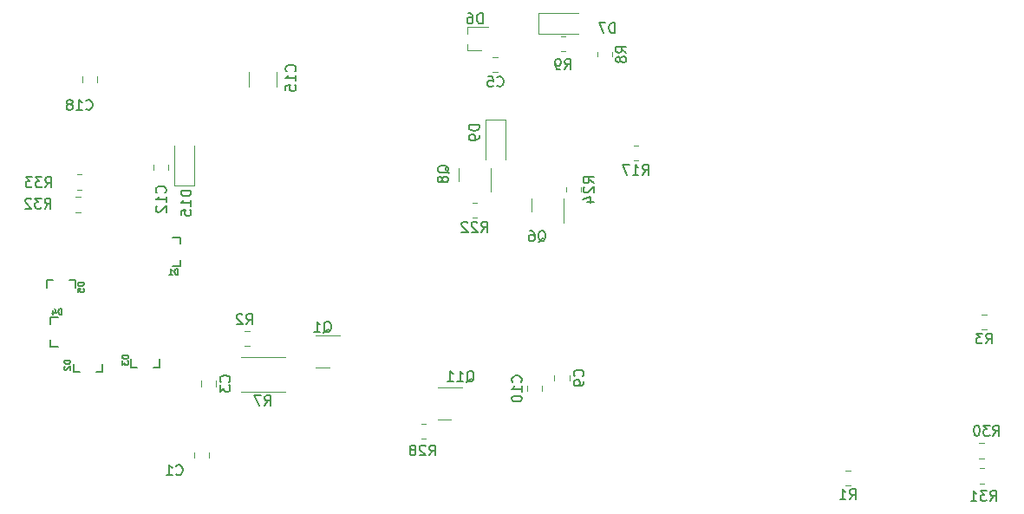
<source format=gbr>
%TF.GenerationSoftware,KiCad,Pcbnew,6.0.11-2627ca5db0~126~ubuntu22.04.1*%
%TF.CreationDate,2023-03-13T11:49:13-04:00*%
%TF.ProjectId,obd-feather,6f62642d-6665-4617-9468-65722e6b6963,1.0*%
%TF.SameCoordinates,Original*%
%TF.FileFunction,Legend,Bot*%
%TF.FilePolarity,Positive*%
%FSLAX46Y46*%
G04 Gerber Fmt 4.6, Leading zero omitted, Abs format (unit mm)*
G04 Created by KiCad (PCBNEW 6.0.11-2627ca5db0~126~ubuntu22.04.1) date 2023-03-13 11:49:13*
%MOMM*%
%LPD*%
G01*
G04 APERTURE LIST*
%ADD10C,0.150000*%
%ADD11C,0.127000*%
%ADD12C,0.120000*%
%ADD13C,0.203200*%
G04 APERTURE END LIST*
D10*
%TO.C,R32*%
X111432857Y-91252380D02*
X111766190Y-90776190D01*
X112004285Y-91252380D02*
X112004285Y-90252380D01*
X111623333Y-90252380D01*
X111528095Y-90300000D01*
X111480476Y-90347619D01*
X111432857Y-90442857D01*
X111432857Y-90585714D01*
X111480476Y-90680952D01*
X111528095Y-90728571D01*
X111623333Y-90776190D01*
X112004285Y-90776190D01*
X111099523Y-90252380D02*
X110480476Y-90252380D01*
X110813809Y-90633333D01*
X110670952Y-90633333D01*
X110575714Y-90680952D01*
X110528095Y-90728571D01*
X110480476Y-90823809D01*
X110480476Y-91061904D01*
X110528095Y-91157142D01*
X110575714Y-91204761D01*
X110670952Y-91252380D01*
X110956666Y-91252380D01*
X111051904Y-91204761D01*
X111099523Y-91157142D01*
X110099523Y-90347619D02*
X110051904Y-90300000D01*
X109956666Y-90252380D01*
X109718571Y-90252380D01*
X109623333Y-90300000D01*
X109575714Y-90347619D01*
X109528095Y-90442857D01*
X109528095Y-90538095D01*
X109575714Y-90680952D01*
X110147142Y-91252380D01*
X109528095Y-91252380D01*
%TO.C,D15*%
X125732380Y-89485714D02*
X124732380Y-89485714D01*
X124732380Y-89723809D01*
X124780000Y-89866666D01*
X124875238Y-89961904D01*
X124970476Y-90009523D01*
X125160952Y-90057142D01*
X125303809Y-90057142D01*
X125494285Y-90009523D01*
X125589523Y-89961904D01*
X125684761Y-89866666D01*
X125732380Y-89723809D01*
X125732380Y-89485714D01*
X125732380Y-91009523D02*
X125732380Y-90438095D01*
X125732380Y-90723809D02*
X124732380Y-90723809D01*
X124875238Y-90628571D01*
X124970476Y-90533333D01*
X125018095Y-90438095D01*
X124732380Y-91914285D02*
X124732380Y-91438095D01*
X125208571Y-91390476D01*
X125160952Y-91438095D01*
X125113333Y-91533333D01*
X125113333Y-91771428D01*
X125160952Y-91866666D01*
X125208571Y-91914285D01*
X125303809Y-91961904D01*
X125541904Y-91961904D01*
X125637142Y-91914285D01*
X125684761Y-91866666D01*
X125732380Y-91771428D01*
X125732380Y-91533333D01*
X125684761Y-91438095D01*
X125637142Y-91390476D01*
%TO.C,R3*%
X203336666Y-104442380D02*
X203670000Y-103966190D01*
X203908095Y-104442380D02*
X203908095Y-103442380D01*
X203527142Y-103442380D01*
X203431904Y-103490000D01*
X203384285Y-103537619D01*
X203336666Y-103632857D01*
X203336666Y-103775714D01*
X203384285Y-103870952D01*
X203431904Y-103918571D01*
X203527142Y-103966190D01*
X203908095Y-103966190D01*
X203003333Y-103442380D02*
X202384285Y-103442380D01*
X202717619Y-103823333D01*
X202574761Y-103823333D01*
X202479523Y-103870952D01*
X202431904Y-103918571D01*
X202384285Y-104013809D01*
X202384285Y-104251904D01*
X202431904Y-104347142D01*
X202479523Y-104394761D01*
X202574761Y-104442380D01*
X202860476Y-104442380D01*
X202955714Y-104394761D01*
X203003333Y-104347142D01*
%TO.C,R1*%
X190036666Y-119672380D02*
X190370000Y-119196190D01*
X190608095Y-119672380D02*
X190608095Y-118672380D01*
X190227142Y-118672380D01*
X190131904Y-118720000D01*
X190084285Y-118767619D01*
X190036666Y-118862857D01*
X190036666Y-119005714D01*
X190084285Y-119100952D01*
X190131904Y-119148571D01*
X190227142Y-119196190D01*
X190608095Y-119196190D01*
X189084285Y-119672380D02*
X189655714Y-119672380D01*
X189370000Y-119672380D02*
X189370000Y-118672380D01*
X189465238Y-118815238D01*
X189560476Y-118910476D01*
X189655714Y-118958095D01*
%TO.C,C15*%
X135867142Y-77847142D02*
X135914761Y-77799523D01*
X135962380Y-77656666D01*
X135962380Y-77561428D01*
X135914761Y-77418571D01*
X135819523Y-77323333D01*
X135724285Y-77275714D01*
X135533809Y-77228095D01*
X135390952Y-77228095D01*
X135200476Y-77275714D01*
X135105238Y-77323333D01*
X135010000Y-77418571D01*
X134962380Y-77561428D01*
X134962380Y-77656666D01*
X135010000Y-77799523D01*
X135057619Y-77847142D01*
X135962380Y-78799523D02*
X135962380Y-78228095D01*
X135962380Y-78513809D02*
X134962380Y-78513809D01*
X135105238Y-78418571D01*
X135200476Y-78323333D01*
X135248095Y-78228095D01*
X134962380Y-79704285D02*
X134962380Y-79228095D01*
X135438571Y-79180476D01*
X135390952Y-79228095D01*
X135343333Y-79323333D01*
X135343333Y-79561428D01*
X135390952Y-79656666D01*
X135438571Y-79704285D01*
X135533809Y-79751904D01*
X135771904Y-79751904D01*
X135867142Y-79704285D01*
X135914761Y-79656666D01*
X135962380Y-79561428D01*
X135962380Y-79323333D01*
X135914761Y-79228095D01*
X135867142Y-79180476D01*
%TO.C,C10*%
X157937142Y-108207142D02*
X157984761Y-108159523D01*
X158032380Y-108016666D01*
X158032380Y-107921428D01*
X157984761Y-107778571D01*
X157889523Y-107683333D01*
X157794285Y-107635714D01*
X157603809Y-107588095D01*
X157460952Y-107588095D01*
X157270476Y-107635714D01*
X157175238Y-107683333D01*
X157080000Y-107778571D01*
X157032380Y-107921428D01*
X157032380Y-108016666D01*
X157080000Y-108159523D01*
X157127619Y-108207142D01*
X158032380Y-109159523D02*
X158032380Y-108588095D01*
X158032380Y-108873809D02*
X157032380Y-108873809D01*
X157175238Y-108778571D01*
X157270476Y-108683333D01*
X157318095Y-108588095D01*
X157032380Y-109778571D02*
X157032380Y-109873809D01*
X157080000Y-109969047D01*
X157127619Y-110016666D01*
X157222857Y-110064285D01*
X157413333Y-110111904D01*
X157651428Y-110111904D01*
X157841904Y-110064285D01*
X157937142Y-110016666D01*
X157984761Y-109969047D01*
X158032380Y-109873809D01*
X158032380Y-109778571D01*
X157984761Y-109683333D01*
X157937142Y-109635714D01*
X157841904Y-109588095D01*
X157651428Y-109540476D01*
X157413333Y-109540476D01*
X157222857Y-109588095D01*
X157127619Y-109635714D01*
X157080000Y-109683333D01*
X157032380Y-109778571D01*
%TO.C,C9*%
X163987142Y-107630833D02*
X164034761Y-107583214D01*
X164082380Y-107440357D01*
X164082380Y-107345119D01*
X164034761Y-107202261D01*
X163939523Y-107107023D01*
X163844285Y-107059404D01*
X163653809Y-107011785D01*
X163510952Y-107011785D01*
X163320476Y-107059404D01*
X163225238Y-107107023D01*
X163130000Y-107202261D01*
X163082380Y-107345119D01*
X163082380Y-107440357D01*
X163130000Y-107583214D01*
X163177619Y-107630833D01*
X164082380Y-108107023D02*
X164082380Y-108297500D01*
X164034761Y-108392738D01*
X163987142Y-108440357D01*
X163844285Y-108535595D01*
X163653809Y-108583214D01*
X163272857Y-108583214D01*
X163177619Y-108535595D01*
X163130000Y-108487976D01*
X163082380Y-108392738D01*
X163082380Y-108202261D01*
X163130000Y-108107023D01*
X163177619Y-108059404D01*
X163272857Y-108011785D01*
X163510952Y-108011785D01*
X163606190Y-108059404D01*
X163653809Y-108107023D01*
X163701428Y-108202261D01*
X163701428Y-108392738D01*
X163653809Y-108487976D01*
X163606190Y-108535595D01*
X163510952Y-108583214D01*
%TO.C,R31*%
X203762857Y-119822380D02*
X204096190Y-119346190D01*
X204334285Y-119822380D02*
X204334285Y-118822380D01*
X203953333Y-118822380D01*
X203858095Y-118870000D01*
X203810476Y-118917619D01*
X203762857Y-119012857D01*
X203762857Y-119155714D01*
X203810476Y-119250952D01*
X203858095Y-119298571D01*
X203953333Y-119346190D01*
X204334285Y-119346190D01*
X203429523Y-118822380D02*
X202810476Y-118822380D01*
X203143809Y-119203333D01*
X203000952Y-119203333D01*
X202905714Y-119250952D01*
X202858095Y-119298571D01*
X202810476Y-119393809D01*
X202810476Y-119631904D01*
X202858095Y-119727142D01*
X202905714Y-119774761D01*
X203000952Y-119822380D01*
X203286666Y-119822380D01*
X203381904Y-119774761D01*
X203429523Y-119727142D01*
X201858095Y-119822380D02*
X202429523Y-119822380D01*
X202143809Y-119822380D02*
X202143809Y-118822380D01*
X202239047Y-118965238D01*
X202334285Y-119060476D01*
X202429523Y-119108095D01*
%TO.C,C12*%
X123197142Y-89694642D02*
X123244761Y-89647023D01*
X123292380Y-89504166D01*
X123292380Y-89408928D01*
X123244761Y-89266071D01*
X123149523Y-89170833D01*
X123054285Y-89123214D01*
X122863809Y-89075595D01*
X122720952Y-89075595D01*
X122530476Y-89123214D01*
X122435238Y-89170833D01*
X122340000Y-89266071D01*
X122292380Y-89408928D01*
X122292380Y-89504166D01*
X122340000Y-89647023D01*
X122387619Y-89694642D01*
X123292380Y-90647023D02*
X123292380Y-90075595D01*
X123292380Y-90361309D02*
X122292380Y-90361309D01*
X122435238Y-90266071D01*
X122530476Y-90170833D01*
X122578095Y-90075595D01*
X122387619Y-91027976D02*
X122340000Y-91075595D01*
X122292380Y-91170833D01*
X122292380Y-91408928D01*
X122340000Y-91504166D01*
X122387619Y-91551785D01*
X122482857Y-91599404D01*
X122578095Y-91599404D01*
X122720952Y-91551785D01*
X123292380Y-90980357D01*
X123292380Y-91599404D01*
%TO.C,Q11*%
X152623440Y-108225916D02*
X152718678Y-108178297D01*
X152813916Y-108083058D01*
X152956773Y-107940201D01*
X153052012Y-107892582D01*
X153147250Y-107892582D01*
X153099631Y-108130677D02*
X153194869Y-108083058D01*
X153290107Y-107987820D01*
X153337726Y-107797344D01*
X153337726Y-107464011D01*
X153290107Y-107273535D01*
X153194869Y-107178297D01*
X153099631Y-107130677D01*
X152909154Y-107130677D01*
X152813916Y-107178297D01*
X152718678Y-107273535D01*
X152671059Y-107464011D01*
X152671059Y-107797344D01*
X152718678Y-107987820D01*
X152813916Y-108083058D01*
X152909154Y-108130677D01*
X153099631Y-108130677D01*
X151718678Y-108130677D02*
X152290107Y-108130677D01*
X152004392Y-108130677D02*
X152004392Y-107130677D01*
X152099631Y-107273535D01*
X152194869Y-107368773D01*
X152290107Y-107416392D01*
X150766297Y-108130677D02*
X151337726Y-108130677D01*
X151052012Y-108130677D02*
X151052012Y-107130677D01*
X151147250Y-107273535D01*
X151242488Y-107368773D01*
X151337726Y-107416392D01*
%TO.C,R33*%
X111492857Y-89192380D02*
X111826190Y-88716190D01*
X112064285Y-89192380D02*
X112064285Y-88192380D01*
X111683333Y-88192380D01*
X111588095Y-88240000D01*
X111540476Y-88287619D01*
X111492857Y-88382857D01*
X111492857Y-88525714D01*
X111540476Y-88620952D01*
X111588095Y-88668571D01*
X111683333Y-88716190D01*
X112064285Y-88716190D01*
X111159523Y-88192380D02*
X110540476Y-88192380D01*
X110873809Y-88573333D01*
X110730952Y-88573333D01*
X110635714Y-88620952D01*
X110588095Y-88668571D01*
X110540476Y-88763809D01*
X110540476Y-89001904D01*
X110588095Y-89097142D01*
X110635714Y-89144761D01*
X110730952Y-89192380D01*
X111016666Y-89192380D01*
X111111904Y-89144761D01*
X111159523Y-89097142D01*
X110207142Y-88192380D02*
X109588095Y-88192380D01*
X109921428Y-88573333D01*
X109778571Y-88573333D01*
X109683333Y-88620952D01*
X109635714Y-88668571D01*
X109588095Y-88763809D01*
X109588095Y-89001904D01*
X109635714Y-89097142D01*
X109683333Y-89144761D01*
X109778571Y-89192380D01*
X110064285Y-89192380D01*
X110159523Y-89144761D01*
X110207142Y-89097142D01*
%TO.C,R2*%
X131096666Y-102562380D02*
X131430000Y-102086190D01*
X131668095Y-102562380D02*
X131668095Y-101562380D01*
X131287142Y-101562380D01*
X131191904Y-101610000D01*
X131144285Y-101657619D01*
X131096666Y-101752857D01*
X131096666Y-101895714D01*
X131144285Y-101990952D01*
X131191904Y-102038571D01*
X131287142Y-102086190D01*
X131668095Y-102086190D01*
X130715714Y-101657619D02*
X130668095Y-101610000D01*
X130572857Y-101562380D01*
X130334761Y-101562380D01*
X130239523Y-101610000D01*
X130191904Y-101657619D01*
X130144285Y-101752857D01*
X130144285Y-101848095D01*
X130191904Y-101990952D01*
X130763333Y-102562380D01*
X130144285Y-102562380D01*
%TO.C,R30*%
X204052855Y-113442379D02*
X204386188Y-112966189D01*
X204624283Y-113442379D02*
X204624283Y-112442379D01*
X204243331Y-112442379D01*
X204148093Y-112489999D01*
X204100474Y-112537618D01*
X204052855Y-112632856D01*
X204052855Y-112775713D01*
X204100474Y-112870951D01*
X204148093Y-112918570D01*
X204243331Y-112966189D01*
X204624283Y-112966189D01*
X203719521Y-112442379D02*
X203100474Y-112442379D01*
X203433807Y-112823332D01*
X203290950Y-112823332D01*
X203195712Y-112870951D01*
X203148093Y-112918570D01*
X203100474Y-113013808D01*
X203100474Y-113251903D01*
X203148093Y-113347141D01*
X203195712Y-113394760D01*
X203290950Y-113442379D01*
X203576664Y-113442379D01*
X203671902Y-113394760D01*
X203719521Y-113347141D01*
X202481426Y-112442379D02*
X202386188Y-112442379D01*
X202290950Y-112489999D01*
X202243331Y-112537618D01*
X202195712Y-112632856D01*
X202148093Y-112823332D01*
X202148093Y-113061427D01*
X202195712Y-113251903D01*
X202243331Y-113347141D01*
X202290950Y-113394760D01*
X202386188Y-113442379D01*
X202481426Y-113442379D01*
X202576664Y-113394760D01*
X202624283Y-113347141D01*
X202671902Y-113251903D01*
X202719521Y-113061427D01*
X202719521Y-112823332D01*
X202671902Y-112632856D01*
X202624283Y-112537618D01*
X202576664Y-112489999D01*
X202481426Y-112442379D01*
D11*
%TO.C,D4*%
X113116722Y-101631931D02*
X113116722Y-101022331D01*
X112971580Y-101022331D01*
X112884494Y-101051360D01*
X112826437Y-101109417D01*
X112797408Y-101167474D01*
X112768380Y-101283588D01*
X112768380Y-101370674D01*
X112797408Y-101486788D01*
X112826437Y-101544845D01*
X112884494Y-101602902D01*
X112971580Y-101631931D01*
X113116722Y-101631931D01*
X112245865Y-101225531D02*
X112245865Y-101631931D01*
X112391008Y-100993302D02*
X112536151Y-101428731D01*
X112158780Y-101428731D01*
D10*
%TO.C,Q6*%
X159607238Y-94527619D02*
X159702476Y-94480000D01*
X159797714Y-94384761D01*
X159940571Y-94241904D01*
X160035809Y-94194285D01*
X160131047Y-94194285D01*
X160083428Y-94432380D02*
X160178666Y-94384761D01*
X160273904Y-94289523D01*
X160321523Y-94099047D01*
X160321523Y-93765714D01*
X160273904Y-93575238D01*
X160178666Y-93480000D01*
X160083428Y-93432380D01*
X159892952Y-93432380D01*
X159797714Y-93480000D01*
X159702476Y-93575238D01*
X159654857Y-93765714D01*
X159654857Y-94099047D01*
X159702476Y-94289523D01*
X159797714Y-94384761D01*
X159892952Y-94432380D01*
X160083428Y-94432380D01*
X158797714Y-93432380D02*
X158988190Y-93432380D01*
X159083428Y-93480000D01*
X159131047Y-93527619D01*
X159226285Y-93670476D01*
X159273904Y-93860952D01*
X159273904Y-94241904D01*
X159226285Y-94337142D01*
X159178666Y-94384761D01*
X159083428Y-94432380D01*
X158892952Y-94432380D01*
X158797714Y-94384761D01*
X158750095Y-94337142D01*
X158702476Y-94241904D01*
X158702476Y-94003809D01*
X158750095Y-93908571D01*
X158797714Y-93860952D01*
X158892952Y-93813333D01*
X159083428Y-93813333D01*
X159178666Y-93860952D01*
X159226285Y-93908571D01*
X159273904Y-94003809D01*
D11*
%TO.C,D3*%
X119604971Y-105595057D02*
X118995371Y-105595057D01*
X118995371Y-105740200D01*
X119024400Y-105827285D01*
X119082457Y-105885342D01*
X119140514Y-105914371D01*
X119256628Y-105943400D01*
X119343714Y-105943400D01*
X119459828Y-105914371D01*
X119517885Y-105885342D01*
X119575942Y-105827285D01*
X119604971Y-105740200D01*
X119604971Y-105595057D01*
X118995371Y-106146600D02*
X118995371Y-106523971D01*
X119227600Y-106320771D01*
X119227600Y-106407857D01*
X119256628Y-106465914D01*
X119285657Y-106494942D01*
X119343714Y-106523971D01*
X119488857Y-106523971D01*
X119546914Y-106494942D01*
X119575942Y-106465914D01*
X119604971Y-106407857D01*
X119604971Y-106233685D01*
X119575942Y-106175628D01*
X119546914Y-106146600D01*
D10*
%TO.C,Q1*%
X138657738Y-103387619D02*
X138752976Y-103340000D01*
X138848214Y-103244761D01*
X138991071Y-103101904D01*
X139086309Y-103054285D01*
X139181547Y-103054285D01*
X139133928Y-103292380D02*
X139229166Y-103244761D01*
X139324404Y-103149523D01*
X139372023Y-102959047D01*
X139372023Y-102625714D01*
X139324404Y-102435238D01*
X139229166Y-102340000D01*
X139133928Y-102292380D01*
X138943452Y-102292380D01*
X138848214Y-102340000D01*
X138752976Y-102435238D01*
X138705357Y-102625714D01*
X138705357Y-102959047D01*
X138752976Y-103149523D01*
X138848214Y-103244761D01*
X138943452Y-103292380D01*
X139133928Y-103292380D01*
X137752976Y-103292380D02*
X138324404Y-103292380D01*
X138038690Y-103292380D02*
X138038690Y-102292380D01*
X138133928Y-102435238D01*
X138229166Y-102530476D01*
X138324404Y-102578095D01*
%TO.C,C1*%
X124279666Y-117213642D02*
X124327285Y-117261261D01*
X124470142Y-117308880D01*
X124565380Y-117308880D01*
X124708238Y-117261261D01*
X124803476Y-117166023D01*
X124851095Y-117070785D01*
X124898714Y-116880309D01*
X124898714Y-116737452D01*
X124851095Y-116546976D01*
X124803476Y-116451738D01*
X124708238Y-116356500D01*
X124565380Y-116308880D01*
X124470142Y-116308880D01*
X124327285Y-116356500D01*
X124279666Y-116404119D01*
X123327285Y-117308880D02*
X123898714Y-117308880D01*
X123613000Y-117308880D02*
X123613000Y-116308880D01*
X123708238Y-116451738D01*
X123803476Y-116546976D01*
X123898714Y-116594595D01*
D11*
%TO.C,D2*%
X113956011Y-106085277D02*
X113346411Y-106085277D01*
X113346411Y-106230420D01*
X113375440Y-106317505D01*
X113433497Y-106375562D01*
X113491554Y-106404591D01*
X113607668Y-106433620D01*
X113694754Y-106433620D01*
X113810868Y-106404591D01*
X113868925Y-106375562D01*
X113926982Y-106317505D01*
X113956011Y-106230420D01*
X113956011Y-106085277D01*
X113404468Y-106665848D02*
X113375440Y-106694877D01*
X113346411Y-106752934D01*
X113346411Y-106898077D01*
X113375440Y-106956134D01*
X113404468Y-106985162D01*
X113462525Y-107014191D01*
X113520582Y-107014191D01*
X113607668Y-106985162D01*
X113956011Y-106636820D01*
X113956011Y-107014191D01*
D10*
%TO.C,R9*%
X162218666Y-77668380D02*
X162552000Y-77192190D01*
X162790095Y-77668380D02*
X162790095Y-76668380D01*
X162409142Y-76668380D01*
X162313904Y-76716000D01*
X162266285Y-76763619D01*
X162218666Y-76858857D01*
X162218666Y-77001714D01*
X162266285Y-77096952D01*
X162313904Y-77144571D01*
X162409142Y-77192190D01*
X162790095Y-77192190D01*
X161742476Y-77668380D02*
X161552000Y-77668380D01*
X161456761Y-77620761D01*
X161409142Y-77573142D01*
X161313904Y-77430285D01*
X161266285Y-77239809D01*
X161266285Y-76858857D01*
X161313904Y-76763619D01*
X161361523Y-76716000D01*
X161456761Y-76668380D01*
X161647238Y-76668380D01*
X161742476Y-76716000D01*
X161790095Y-76763619D01*
X161837714Y-76858857D01*
X161837714Y-77096952D01*
X161790095Y-77192190D01*
X161742476Y-77239809D01*
X161647238Y-77287428D01*
X161456761Y-77287428D01*
X161361523Y-77239809D01*
X161313904Y-77192190D01*
X161266285Y-77096952D01*
%TO.C,D7*%
X167110095Y-74112380D02*
X167110095Y-73112380D01*
X166872000Y-73112380D01*
X166729142Y-73160000D01*
X166633904Y-73255238D01*
X166586285Y-73350476D01*
X166538666Y-73540952D01*
X166538666Y-73683809D01*
X166586285Y-73874285D01*
X166633904Y-73969523D01*
X166729142Y-74064761D01*
X166872000Y-74112380D01*
X167110095Y-74112380D01*
X166205333Y-73112380D02*
X165538666Y-73112380D01*
X165967238Y-74112380D01*
%TO.C,C3*%
X129453142Y-108185833D02*
X129500761Y-108138214D01*
X129548380Y-107995357D01*
X129548380Y-107900119D01*
X129500761Y-107757261D01*
X129405523Y-107662023D01*
X129310285Y-107614404D01*
X129119809Y-107566785D01*
X128976952Y-107566785D01*
X128786476Y-107614404D01*
X128691238Y-107662023D01*
X128596000Y-107757261D01*
X128548380Y-107900119D01*
X128548380Y-107995357D01*
X128596000Y-108138214D01*
X128643619Y-108185833D01*
X128548380Y-108519166D02*
X128548380Y-109138214D01*
X128929333Y-108804880D01*
X128929333Y-108947738D01*
X128976952Y-109042976D01*
X129024571Y-109090595D01*
X129119809Y-109138214D01*
X129357904Y-109138214D01*
X129453142Y-109090595D01*
X129500761Y-109042976D01*
X129548380Y-108947738D01*
X129548380Y-108662023D01*
X129500761Y-108566785D01*
X129453142Y-108519166D01*
%TO.C,R8*%
X168218380Y-76033333D02*
X167742190Y-75700000D01*
X168218380Y-75461904D02*
X167218380Y-75461904D01*
X167218380Y-75842857D01*
X167266000Y-75938095D01*
X167313619Y-75985714D01*
X167408857Y-76033333D01*
X167551714Y-76033333D01*
X167646952Y-75985714D01*
X167694571Y-75938095D01*
X167742190Y-75842857D01*
X167742190Y-75461904D01*
X167646952Y-76604761D02*
X167599333Y-76509523D01*
X167551714Y-76461904D01*
X167456476Y-76414285D01*
X167408857Y-76414285D01*
X167313619Y-76461904D01*
X167266000Y-76509523D01*
X167218380Y-76604761D01*
X167218380Y-76795238D01*
X167266000Y-76890476D01*
X167313619Y-76938095D01*
X167408857Y-76985714D01*
X167456476Y-76985714D01*
X167551714Y-76938095D01*
X167599333Y-76890476D01*
X167646952Y-76795238D01*
X167646952Y-76604761D01*
X167694571Y-76509523D01*
X167742190Y-76461904D01*
X167837428Y-76414285D01*
X168027904Y-76414285D01*
X168123142Y-76461904D01*
X168170761Y-76509523D01*
X168218380Y-76604761D01*
X168218380Y-76795238D01*
X168170761Y-76890476D01*
X168123142Y-76938095D01*
X168027904Y-76985714D01*
X167837428Y-76985714D01*
X167742190Y-76938095D01*
X167694571Y-76890476D01*
X167646952Y-76795238D01*
D11*
%TO.C,D1*%
X124470122Y-97741571D02*
X124470122Y-97131971D01*
X124324980Y-97131971D01*
X124237894Y-97161000D01*
X124179837Y-97219057D01*
X124150808Y-97277114D01*
X124121780Y-97393228D01*
X124121780Y-97480314D01*
X124150808Y-97596428D01*
X124179837Y-97654485D01*
X124237894Y-97712542D01*
X124324980Y-97741571D01*
X124470122Y-97741571D01*
X123541208Y-97741571D02*
X123889551Y-97741571D01*
X123715380Y-97741571D02*
X123715380Y-97131971D01*
X123773437Y-97219057D01*
X123831494Y-97277114D01*
X123889551Y-97306142D01*
D10*
%TO.C,C5*%
X155614666Y-79253142D02*
X155662285Y-79300761D01*
X155805142Y-79348380D01*
X155900380Y-79348380D01*
X156043238Y-79300761D01*
X156138476Y-79205523D01*
X156186095Y-79110285D01*
X156233714Y-78919809D01*
X156233714Y-78776952D01*
X156186095Y-78586476D01*
X156138476Y-78491238D01*
X156043238Y-78396000D01*
X155900380Y-78348380D01*
X155805142Y-78348380D01*
X155662285Y-78396000D01*
X155614666Y-78443619D01*
X154709904Y-78348380D02*
X155186095Y-78348380D01*
X155233714Y-78824571D01*
X155186095Y-78776952D01*
X155090857Y-78729333D01*
X154852761Y-78729333D01*
X154757523Y-78776952D01*
X154709904Y-78824571D01*
X154662285Y-78919809D01*
X154662285Y-79157904D01*
X154709904Y-79253142D01*
X154757523Y-79300761D01*
X154852761Y-79348380D01*
X155090857Y-79348380D01*
X155186095Y-79300761D01*
X155233714Y-79253142D01*
%TO.C,D6*%
X154204095Y-73178380D02*
X154204095Y-72178380D01*
X153966000Y-72178380D01*
X153823142Y-72226000D01*
X153727904Y-72321238D01*
X153680285Y-72416476D01*
X153632666Y-72606952D01*
X153632666Y-72749809D01*
X153680285Y-72940285D01*
X153727904Y-73035523D01*
X153823142Y-73130761D01*
X153966000Y-73178380D01*
X154204095Y-73178380D01*
X152775523Y-72178380D02*
X152966000Y-72178380D01*
X153061238Y-72226000D01*
X153108857Y-72273619D01*
X153204095Y-72416476D01*
X153251714Y-72606952D01*
X153251714Y-72987904D01*
X153204095Y-73083142D01*
X153156476Y-73130761D01*
X153061238Y-73178380D01*
X152870761Y-73178380D01*
X152775523Y-73130761D01*
X152727904Y-73083142D01*
X152680285Y-72987904D01*
X152680285Y-72749809D01*
X152727904Y-72654571D01*
X152775523Y-72606952D01*
X152870761Y-72559333D01*
X153061238Y-72559333D01*
X153156476Y-72606952D01*
X153204095Y-72654571D01*
X153251714Y-72749809D01*
%TO.C,R22*%
X154058857Y-93542380D02*
X154392190Y-93066190D01*
X154630285Y-93542380D02*
X154630285Y-92542380D01*
X154249333Y-92542380D01*
X154154095Y-92590000D01*
X154106476Y-92637619D01*
X154058857Y-92732857D01*
X154058857Y-92875714D01*
X154106476Y-92970952D01*
X154154095Y-93018571D01*
X154249333Y-93066190D01*
X154630285Y-93066190D01*
X153677904Y-92637619D02*
X153630285Y-92590000D01*
X153535047Y-92542380D01*
X153296952Y-92542380D01*
X153201714Y-92590000D01*
X153154095Y-92637619D01*
X153106476Y-92732857D01*
X153106476Y-92828095D01*
X153154095Y-92970952D01*
X153725523Y-93542380D01*
X153106476Y-93542380D01*
X152725523Y-92637619D02*
X152677904Y-92590000D01*
X152582666Y-92542380D01*
X152344571Y-92542380D01*
X152249333Y-92590000D01*
X152201714Y-92637619D01*
X152154095Y-92732857D01*
X152154095Y-92828095D01*
X152201714Y-92970952D01*
X152773142Y-93542380D01*
X152154095Y-93542380D01*
%TO.C,R7*%
X132916666Y-110514380D02*
X133250000Y-110038190D01*
X133488095Y-110514380D02*
X133488095Y-109514380D01*
X133107142Y-109514380D01*
X133011904Y-109562000D01*
X132964285Y-109609619D01*
X132916666Y-109704857D01*
X132916666Y-109847714D01*
X132964285Y-109942952D01*
X133011904Y-109990571D01*
X133107142Y-110038190D01*
X133488095Y-110038190D01*
X132583333Y-109514380D02*
X131916666Y-109514380D01*
X132345238Y-110514380D01*
%TO.C,R24*%
X165044380Y-88765142D02*
X164568190Y-88431809D01*
X165044380Y-88193714D02*
X164044380Y-88193714D01*
X164044380Y-88574666D01*
X164092000Y-88669904D01*
X164139619Y-88717523D01*
X164234857Y-88765142D01*
X164377714Y-88765142D01*
X164472952Y-88717523D01*
X164520571Y-88669904D01*
X164568190Y-88574666D01*
X164568190Y-88193714D01*
X164139619Y-89146095D02*
X164092000Y-89193714D01*
X164044380Y-89288952D01*
X164044380Y-89527047D01*
X164092000Y-89622285D01*
X164139619Y-89669904D01*
X164234857Y-89717523D01*
X164330095Y-89717523D01*
X164472952Y-89669904D01*
X165044380Y-89098476D01*
X165044380Y-89717523D01*
X164377714Y-90574666D02*
X165044380Y-90574666D01*
X163996761Y-90336571D02*
X164711047Y-90098476D01*
X164711047Y-90717523D01*
%TO.C,D9*%
X153868380Y-83081904D02*
X152868380Y-83081904D01*
X152868380Y-83320000D01*
X152916000Y-83462857D01*
X153011238Y-83558095D01*
X153106476Y-83605714D01*
X153296952Y-83653333D01*
X153439809Y-83653333D01*
X153630285Y-83605714D01*
X153725523Y-83558095D01*
X153820761Y-83462857D01*
X153868380Y-83320000D01*
X153868380Y-83081904D01*
X153868380Y-84129523D02*
X153868380Y-84320000D01*
X153820761Y-84415238D01*
X153773142Y-84462857D01*
X153630285Y-84558095D01*
X153439809Y-84605714D01*
X153058857Y-84605714D01*
X152963619Y-84558095D01*
X152916000Y-84510476D01*
X152868380Y-84415238D01*
X152868380Y-84224761D01*
X152916000Y-84129523D01*
X152963619Y-84081904D01*
X153058857Y-84034285D01*
X153296952Y-84034285D01*
X153392190Y-84081904D01*
X153439809Y-84129523D01*
X153487428Y-84224761D01*
X153487428Y-84415238D01*
X153439809Y-84510476D01*
X153392190Y-84558095D01*
X153296952Y-84605714D01*
%TO.C,R28*%
X148982857Y-115372380D02*
X149316190Y-114896190D01*
X149554285Y-115372380D02*
X149554285Y-114372380D01*
X149173333Y-114372380D01*
X149078095Y-114420000D01*
X149030476Y-114467619D01*
X148982857Y-114562857D01*
X148982857Y-114705714D01*
X149030476Y-114800952D01*
X149078095Y-114848571D01*
X149173333Y-114896190D01*
X149554285Y-114896190D01*
X148601904Y-114467619D02*
X148554285Y-114420000D01*
X148459047Y-114372380D01*
X148220952Y-114372380D01*
X148125714Y-114420000D01*
X148078095Y-114467619D01*
X148030476Y-114562857D01*
X148030476Y-114658095D01*
X148078095Y-114800952D01*
X148649523Y-115372380D01*
X148030476Y-115372380D01*
X147459047Y-114800952D02*
X147554285Y-114753333D01*
X147601904Y-114705714D01*
X147649523Y-114610476D01*
X147649523Y-114562857D01*
X147601904Y-114467619D01*
X147554285Y-114420000D01*
X147459047Y-114372380D01*
X147268571Y-114372380D01*
X147173333Y-114420000D01*
X147125714Y-114467619D01*
X147078095Y-114562857D01*
X147078095Y-114610476D01*
X147125714Y-114705714D01*
X147173333Y-114753333D01*
X147268571Y-114800952D01*
X147459047Y-114800952D01*
X147554285Y-114848571D01*
X147601904Y-114896190D01*
X147649523Y-114991428D01*
X147649523Y-115181904D01*
X147601904Y-115277142D01*
X147554285Y-115324761D01*
X147459047Y-115372380D01*
X147268571Y-115372380D01*
X147173333Y-115324761D01*
X147125714Y-115277142D01*
X147078095Y-115181904D01*
X147078095Y-114991428D01*
X147125714Y-114896190D01*
X147173333Y-114848571D01*
X147268571Y-114800952D01*
D11*
%TO.C,D5*%
X115261571Y-98483057D02*
X114651971Y-98483057D01*
X114651971Y-98628200D01*
X114681000Y-98715285D01*
X114739057Y-98773342D01*
X114797114Y-98802371D01*
X114913228Y-98831400D01*
X115000314Y-98831400D01*
X115116428Y-98802371D01*
X115174485Y-98773342D01*
X115232542Y-98715285D01*
X115261571Y-98628200D01*
X115261571Y-98483057D01*
X114651971Y-99382942D02*
X114651971Y-99092657D01*
X114942257Y-99063628D01*
X114913228Y-99092657D01*
X114884200Y-99150714D01*
X114884200Y-99295857D01*
X114913228Y-99353914D01*
X114942257Y-99382942D01*
X115000314Y-99411971D01*
X115145457Y-99411971D01*
X115203514Y-99382942D01*
X115232542Y-99353914D01*
X115261571Y-99295857D01*
X115261571Y-99150714D01*
X115232542Y-99092657D01*
X115203514Y-99063628D01*
D10*
%TO.C,C18*%
X115476857Y-81534642D02*
X115524476Y-81582261D01*
X115667333Y-81629880D01*
X115762571Y-81629880D01*
X115905428Y-81582261D01*
X116000666Y-81487023D01*
X116048285Y-81391785D01*
X116095904Y-81201309D01*
X116095904Y-81058452D01*
X116048285Y-80867976D01*
X116000666Y-80772738D01*
X115905428Y-80677500D01*
X115762571Y-80629880D01*
X115667333Y-80629880D01*
X115524476Y-80677500D01*
X115476857Y-80725119D01*
X114524476Y-81629880D02*
X115095904Y-81629880D01*
X114810190Y-81629880D02*
X114810190Y-80629880D01*
X114905428Y-80772738D01*
X115000666Y-80867976D01*
X115095904Y-80915595D01*
X113953047Y-81058452D02*
X114048285Y-81010833D01*
X114095904Y-80963214D01*
X114143523Y-80867976D01*
X114143523Y-80820357D01*
X114095904Y-80725119D01*
X114048285Y-80677500D01*
X113953047Y-80629880D01*
X113762571Y-80629880D01*
X113667333Y-80677500D01*
X113619714Y-80725119D01*
X113572095Y-80820357D01*
X113572095Y-80867976D01*
X113619714Y-80963214D01*
X113667333Y-81010833D01*
X113762571Y-81058452D01*
X113953047Y-81058452D01*
X114048285Y-81106071D01*
X114095904Y-81153690D01*
X114143523Y-81248928D01*
X114143523Y-81439404D01*
X114095904Y-81534642D01*
X114048285Y-81582261D01*
X113953047Y-81629880D01*
X113762571Y-81629880D01*
X113667333Y-81582261D01*
X113619714Y-81534642D01*
X113572095Y-81439404D01*
X113572095Y-81248928D01*
X113619714Y-81153690D01*
X113667333Y-81106071D01*
X113762571Y-81058452D01*
%TO.C,R17*%
X169806857Y-87954380D02*
X170140190Y-87478190D01*
X170378285Y-87954380D02*
X170378285Y-86954380D01*
X169997333Y-86954380D01*
X169902095Y-87002000D01*
X169854476Y-87049619D01*
X169806857Y-87144857D01*
X169806857Y-87287714D01*
X169854476Y-87382952D01*
X169902095Y-87430571D01*
X169997333Y-87478190D01*
X170378285Y-87478190D01*
X168854476Y-87954380D02*
X169425904Y-87954380D01*
X169140190Y-87954380D02*
X169140190Y-86954380D01*
X169235428Y-87097238D01*
X169330666Y-87192476D01*
X169425904Y-87240095D01*
X168521142Y-86954380D02*
X167854476Y-86954380D01*
X168283047Y-87954380D01*
%TO.C,Q8*%
X150915619Y-87788761D02*
X150868000Y-87693523D01*
X150772761Y-87598285D01*
X150629904Y-87455428D01*
X150582285Y-87360190D01*
X150582285Y-87264952D01*
X150820380Y-87312571D02*
X150772761Y-87217333D01*
X150677523Y-87122095D01*
X150487047Y-87074476D01*
X150153714Y-87074476D01*
X149963238Y-87122095D01*
X149868000Y-87217333D01*
X149820380Y-87312571D01*
X149820380Y-87503047D01*
X149868000Y-87598285D01*
X149963238Y-87693523D01*
X150153714Y-87741142D01*
X150487047Y-87741142D01*
X150677523Y-87693523D01*
X150772761Y-87598285D01*
X150820380Y-87503047D01*
X150820380Y-87312571D01*
X150248952Y-88312571D02*
X150201333Y-88217333D01*
X150153714Y-88169714D01*
X150058476Y-88122095D01*
X150010857Y-88122095D01*
X149915619Y-88169714D01*
X149868000Y-88217333D01*
X149820380Y-88312571D01*
X149820380Y-88503047D01*
X149868000Y-88598285D01*
X149915619Y-88645904D01*
X150010857Y-88693523D01*
X150058476Y-88693523D01*
X150153714Y-88645904D01*
X150201333Y-88598285D01*
X150248952Y-88503047D01*
X150248952Y-88312571D01*
X150296571Y-88217333D01*
X150344190Y-88169714D01*
X150439428Y-88122095D01*
X150629904Y-88122095D01*
X150725142Y-88169714D01*
X150772761Y-88217333D01*
X150820380Y-88312571D01*
X150820380Y-88503047D01*
X150772761Y-88598285D01*
X150725142Y-88645904D01*
X150629904Y-88693523D01*
X150439428Y-88693523D01*
X150344190Y-88645904D01*
X150296571Y-88598285D01*
X150248952Y-88503047D01*
D12*
%TO.C,R32*%
X114462936Y-90125000D02*
X114917064Y-90125000D01*
X114462936Y-91595000D02*
X114917064Y-91595000D01*
%TO.C,D15*%
X126060000Y-89020000D02*
X126060000Y-85120000D01*
X126060000Y-89020000D02*
X124060000Y-89020000D01*
X124060000Y-89020000D02*
X124060000Y-85120000D01*
%TO.C,R3*%
X202942936Y-103075000D02*
X203397064Y-103075000D01*
X202942936Y-101605000D02*
X203397064Y-101605000D01*
%TO.C,R1*%
X189642936Y-118305000D02*
X190097064Y-118305000D01*
X189642936Y-116835000D02*
X190097064Y-116835000D01*
%TO.C,C15*%
X131360000Y-77898748D02*
X131360000Y-79321252D01*
X134080000Y-77898748D02*
X134080000Y-79321252D01*
%TO.C,C10*%
X158525000Y-108588748D02*
X158525000Y-109111252D01*
X159995000Y-108588748D02*
X159995000Y-109111252D01*
%TO.C,C9*%
X162685000Y-108058752D02*
X162685000Y-107536248D01*
X161215000Y-108058752D02*
X161215000Y-107536248D01*
%TO.C,R31*%
X202742936Y-118105000D02*
X203197064Y-118105000D01*
X202742936Y-116635000D02*
X203197064Y-116635000D01*
%TO.C,C12*%
X123515000Y-87478752D02*
X123515000Y-86956248D01*
X122045000Y-87478752D02*
X122045000Y-86956248D01*
%TO.C,Q11*%
X150487500Y-111880000D02*
X149837500Y-111880000D01*
X150487500Y-108760000D02*
X152162500Y-108760000D01*
X150487500Y-108760000D02*
X149837500Y-108760000D01*
X150487500Y-111880000D02*
X151137500Y-111880000D01*
%TO.C,R33*%
X115027064Y-89415000D02*
X114572936Y-89415000D01*
X115027064Y-87945000D02*
X114572936Y-87945000D01*
%TO.C,R2*%
X130982936Y-104705000D02*
X131437064Y-104705000D01*
X130982936Y-103235000D02*
X131437064Y-103235000D01*
%TO.C,R30*%
X202692936Y-114175000D02*
X203147064Y-114175000D01*
X202692936Y-115645000D02*
X203147064Y-115645000D01*
D13*
%TO.C,D4*%
X111968280Y-102514400D02*
X111968280Y-101912420D01*
X111968280Y-104711500D02*
X112765840Y-104711500D01*
X111968280Y-101912420D02*
X112765840Y-101912420D01*
X111968280Y-104109520D02*
X111968280Y-104711500D01*
D12*
%TO.C,Q6*%
X162088000Y-90932000D02*
X162088000Y-92607000D01*
X162088000Y-90932000D02*
X162088000Y-90282000D01*
X158968000Y-90932000D02*
X158968000Y-90282000D01*
X158968000Y-90932000D02*
X158968000Y-91582000D01*
D13*
%TO.C,D3*%
X119885460Y-106743500D02*
X119885460Y-105945940D01*
X122082560Y-106743500D02*
X122684540Y-106743500D01*
X120487440Y-106743500D02*
X119885460Y-106743500D01*
X122684540Y-106743500D02*
X122684540Y-105945940D01*
D12*
%TO.C,Q1*%
X138562500Y-103680000D02*
X140237500Y-103680000D01*
X138562500Y-103680000D02*
X137912500Y-103680000D01*
X138562500Y-106800000D02*
X137912500Y-106800000D01*
X138562500Y-106800000D02*
X139212500Y-106800000D01*
%TO.C,C1*%
X127515000Y-115593752D02*
X127515000Y-115071248D01*
X126045000Y-115593752D02*
X126045000Y-115071248D01*
D13*
%TO.C,D2*%
X114838480Y-107233720D02*
X114236500Y-107233720D01*
X116433600Y-107233720D02*
X117035580Y-107233720D01*
X114236500Y-107233720D02*
X114236500Y-106436160D01*
X117035580Y-107233720D02*
X117035580Y-106436160D01*
D12*
%TO.C,R9*%
X162279064Y-74449000D02*
X161824936Y-74449000D01*
X162279064Y-75919000D02*
X161824936Y-75919000D01*
%TO.C,D7*%
X159676000Y-74152000D02*
X159676000Y-72152000D01*
X159676000Y-74152000D02*
X163576000Y-74152000D01*
X159676000Y-72152000D02*
X163576000Y-72152000D01*
%TO.C,C3*%
X126681000Y-108613752D02*
X126681000Y-108091248D01*
X128151000Y-108613752D02*
X128151000Y-108091248D01*
%TO.C,R8*%
X166851000Y-76427064D02*
X166851000Y-75972936D01*
X165381000Y-76427064D02*
X165381000Y-75972936D01*
D13*
%TO.C,D1*%
X124718680Y-96909540D02*
X123921120Y-96909540D01*
X124718680Y-94110460D02*
X123921120Y-94110460D01*
X124718680Y-94712440D02*
X124718680Y-94110460D01*
X124718680Y-96307560D02*
X124718680Y-96909540D01*
D12*
%TO.C,C5*%
X155186748Y-77951000D02*
X155709252Y-77951000D01*
X155186748Y-76481000D02*
X155709252Y-76481000D01*
%TO.C,D6*%
X154096000Y-75836000D02*
X152686000Y-75836000D01*
X152686000Y-73516000D02*
X154716000Y-73516000D01*
X152686000Y-73516000D02*
X152686000Y-74176000D01*
X152686000Y-75176000D02*
X152686000Y-75836000D01*
%TO.C,R22*%
X153188936Y-90705000D02*
X153643064Y-90705000D01*
X153188936Y-92175000D02*
X153643064Y-92175000D01*
%TO.C,R7*%
X130572936Y-109152000D02*
X134927064Y-109152000D01*
X130572936Y-105732000D02*
X134927064Y-105732000D01*
%TO.C,R24*%
X162333000Y-89180936D02*
X162333000Y-89635064D01*
X163803000Y-89180936D02*
X163803000Y-89635064D01*
%TO.C,D9*%
X154448000Y-82586000D02*
X154448000Y-86486000D01*
X154448000Y-82586000D02*
X156448000Y-82586000D01*
X156448000Y-82586000D02*
X156448000Y-86486000D01*
%TO.C,R28*%
X148192936Y-113745000D02*
X148647064Y-113745000D01*
X148192936Y-112275000D02*
X148647064Y-112275000D01*
D13*
%TO.C,D5*%
X113827560Y-98234500D02*
X114429540Y-98234500D01*
X112232440Y-98234500D02*
X111630460Y-98234500D01*
X114429540Y-98234500D02*
X114429540Y-99032060D01*
X111630460Y-98234500D02*
X111630460Y-99032060D01*
D12*
%TO.C,C18*%
X115115000Y-78376248D02*
X115115000Y-78898752D01*
X116585000Y-78376248D02*
X116585000Y-78898752D01*
%TO.C,R17*%
X168936936Y-86587000D02*
X169391064Y-86587000D01*
X168936936Y-85117000D02*
X169391064Y-85117000D01*
%TO.C,Q8*%
X151856000Y-87962500D02*
X151856000Y-88612500D01*
X151856000Y-87962500D02*
X151856000Y-87312500D01*
X154976000Y-87962500D02*
X154976000Y-87312500D01*
X154976000Y-87962500D02*
X154976000Y-89637500D01*
%TD*%
M02*

</source>
